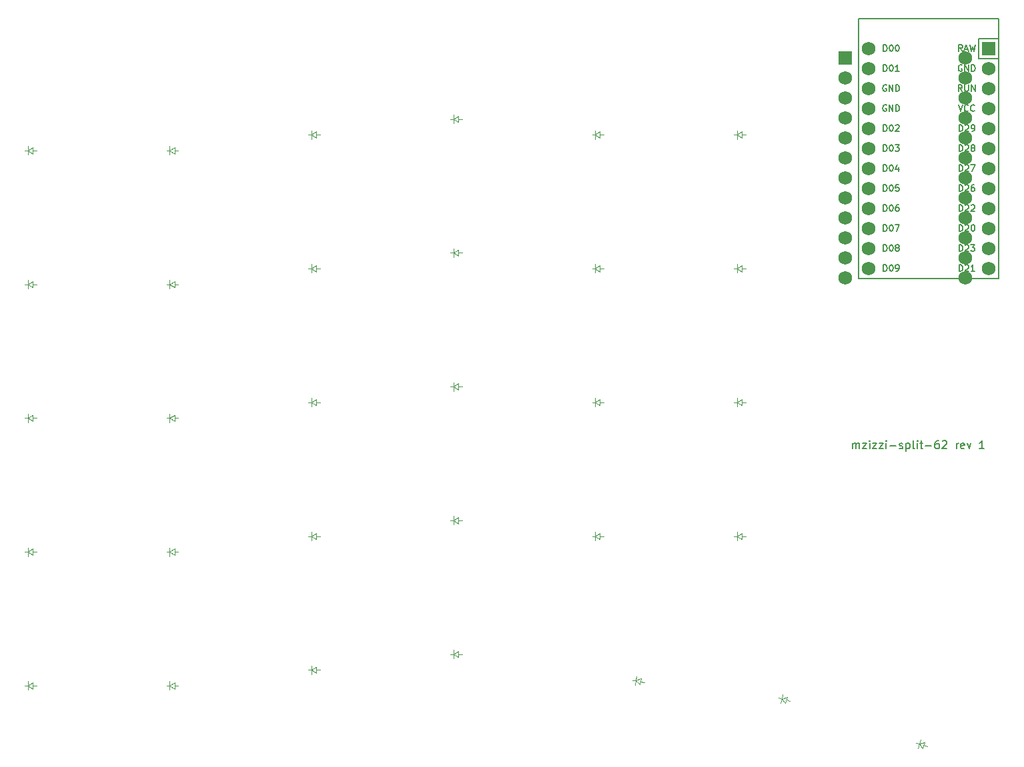
<source format=gbr>
%TF.GenerationSoftware,KiCad,Pcbnew,8.0.4*%
%TF.CreationDate,2024-10-05T17:03:56-04:00*%
%TF.ProjectId,mzizzi-split62,6d7a697a-7a69-42d7-9370-6c697436322e,v1.0.0*%
%TF.SameCoordinates,Original*%
%TF.FileFunction,Legend,Top*%
%TF.FilePolarity,Positive*%
%FSLAX46Y46*%
G04 Gerber Fmt 4.6, Leading zero omitted, Abs format (unit mm)*
G04 Created by KiCad (PCBNEW 8.0.4) date 2024-10-05 17:03:56*
%MOMM*%
%LPD*%
G01*
G04 APERTURE LIST*
%ADD10C,0.150000*%
%ADD11C,0.100000*%
%ADD12R,1.752600X1.752600*%
%ADD13C,1.752600*%
G04 APERTURE END LIST*
D10*
X254336779Y-124869819D02*
X254336779Y-124203152D01*
X254336779Y-124298390D02*
X254384398Y-124250771D01*
X254384398Y-124250771D02*
X254479636Y-124203152D01*
X254479636Y-124203152D02*
X254622493Y-124203152D01*
X254622493Y-124203152D02*
X254717731Y-124250771D01*
X254717731Y-124250771D02*
X254765350Y-124346009D01*
X254765350Y-124346009D02*
X254765350Y-124869819D01*
X254765350Y-124346009D02*
X254812969Y-124250771D01*
X254812969Y-124250771D02*
X254908207Y-124203152D01*
X254908207Y-124203152D02*
X255051064Y-124203152D01*
X255051064Y-124203152D02*
X255146303Y-124250771D01*
X255146303Y-124250771D02*
X255193922Y-124346009D01*
X255193922Y-124346009D02*
X255193922Y-124869819D01*
X255574874Y-124203152D02*
X256098683Y-124203152D01*
X256098683Y-124203152D02*
X255574874Y-124869819D01*
X255574874Y-124869819D02*
X256098683Y-124869819D01*
X256479636Y-124869819D02*
X256479636Y-124203152D01*
X256479636Y-123869819D02*
X256432017Y-123917438D01*
X256432017Y-123917438D02*
X256479636Y-123965057D01*
X256479636Y-123965057D02*
X256527255Y-123917438D01*
X256527255Y-123917438D02*
X256479636Y-123869819D01*
X256479636Y-123869819D02*
X256479636Y-123965057D01*
X256860588Y-124203152D02*
X257384397Y-124203152D01*
X257384397Y-124203152D02*
X256860588Y-124869819D01*
X256860588Y-124869819D02*
X257384397Y-124869819D01*
X257670112Y-124203152D02*
X258193921Y-124203152D01*
X258193921Y-124203152D02*
X257670112Y-124869819D01*
X257670112Y-124869819D02*
X258193921Y-124869819D01*
X258574874Y-124869819D02*
X258574874Y-124203152D01*
X258574874Y-123869819D02*
X258527255Y-123917438D01*
X258527255Y-123917438D02*
X258574874Y-123965057D01*
X258574874Y-123965057D02*
X258622493Y-123917438D01*
X258622493Y-123917438D02*
X258574874Y-123869819D01*
X258574874Y-123869819D02*
X258574874Y-123965057D01*
X259051064Y-124488866D02*
X259812969Y-124488866D01*
X260241540Y-124822200D02*
X260336778Y-124869819D01*
X260336778Y-124869819D02*
X260527254Y-124869819D01*
X260527254Y-124869819D02*
X260622492Y-124822200D01*
X260622492Y-124822200D02*
X260670111Y-124726961D01*
X260670111Y-124726961D02*
X260670111Y-124679342D01*
X260670111Y-124679342D02*
X260622492Y-124584104D01*
X260622492Y-124584104D02*
X260527254Y-124536485D01*
X260527254Y-124536485D02*
X260384397Y-124536485D01*
X260384397Y-124536485D02*
X260289159Y-124488866D01*
X260289159Y-124488866D02*
X260241540Y-124393628D01*
X260241540Y-124393628D02*
X260241540Y-124346009D01*
X260241540Y-124346009D02*
X260289159Y-124250771D01*
X260289159Y-124250771D02*
X260384397Y-124203152D01*
X260384397Y-124203152D02*
X260527254Y-124203152D01*
X260527254Y-124203152D02*
X260622492Y-124250771D01*
X261098683Y-124203152D02*
X261098683Y-125203152D01*
X261098683Y-124250771D02*
X261193921Y-124203152D01*
X261193921Y-124203152D02*
X261384397Y-124203152D01*
X261384397Y-124203152D02*
X261479635Y-124250771D01*
X261479635Y-124250771D02*
X261527254Y-124298390D01*
X261527254Y-124298390D02*
X261574873Y-124393628D01*
X261574873Y-124393628D02*
X261574873Y-124679342D01*
X261574873Y-124679342D02*
X261527254Y-124774580D01*
X261527254Y-124774580D02*
X261479635Y-124822200D01*
X261479635Y-124822200D02*
X261384397Y-124869819D01*
X261384397Y-124869819D02*
X261193921Y-124869819D01*
X261193921Y-124869819D02*
X261098683Y-124822200D01*
X262146302Y-124869819D02*
X262051064Y-124822200D01*
X262051064Y-124822200D02*
X262003445Y-124726961D01*
X262003445Y-124726961D02*
X262003445Y-123869819D01*
X262527255Y-124869819D02*
X262527255Y-124203152D01*
X262527255Y-123869819D02*
X262479636Y-123917438D01*
X262479636Y-123917438D02*
X262527255Y-123965057D01*
X262527255Y-123965057D02*
X262574874Y-123917438D01*
X262574874Y-123917438D02*
X262527255Y-123869819D01*
X262527255Y-123869819D02*
X262527255Y-123965057D01*
X262860588Y-124203152D02*
X263241540Y-124203152D01*
X263003445Y-123869819D02*
X263003445Y-124726961D01*
X263003445Y-124726961D02*
X263051064Y-124822200D01*
X263051064Y-124822200D02*
X263146302Y-124869819D01*
X263146302Y-124869819D02*
X263241540Y-124869819D01*
X263574874Y-124488866D02*
X264336779Y-124488866D01*
X265241540Y-123869819D02*
X265051064Y-123869819D01*
X265051064Y-123869819D02*
X264955826Y-123917438D01*
X264955826Y-123917438D02*
X264908207Y-123965057D01*
X264908207Y-123965057D02*
X264812969Y-124107914D01*
X264812969Y-124107914D02*
X264765350Y-124298390D01*
X264765350Y-124298390D02*
X264765350Y-124679342D01*
X264765350Y-124679342D02*
X264812969Y-124774580D01*
X264812969Y-124774580D02*
X264860588Y-124822200D01*
X264860588Y-124822200D02*
X264955826Y-124869819D01*
X264955826Y-124869819D02*
X265146302Y-124869819D01*
X265146302Y-124869819D02*
X265241540Y-124822200D01*
X265241540Y-124822200D02*
X265289159Y-124774580D01*
X265289159Y-124774580D02*
X265336778Y-124679342D01*
X265336778Y-124679342D02*
X265336778Y-124441247D01*
X265336778Y-124441247D02*
X265289159Y-124346009D01*
X265289159Y-124346009D02*
X265241540Y-124298390D01*
X265241540Y-124298390D02*
X265146302Y-124250771D01*
X265146302Y-124250771D02*
X264955826Y-124250771D01*
X264955826Y-124250771D02*
X264860588Y-124298390D01*
X264860588Y-124298390D02*
X264812969Y-124346009D01*
X264812969Y-124346009D02*
X264765350Y-124441247D01*
X265717731Y-123965057D02*
X265765350Y-123917438D01*
X265765350Y-123917438D02*
X265860588Y-123869819D01*
X265860588Y-123869819D02*
X266098683Y-123869819D01*
X266098683Y-123869819D02*
X266193921Y-123917438D01*
X266193921Y-123917438D02*
X266241540Y-123965057D01*
X266241540Y-123965057D02*
X266289159Y-124060295D01*
X266289159Y-124060295D02*
X266289159Y-124155533D01*
X266289159Y-124155533D02*
X266241540Y-124298390D01*
X266241540Y-124298390D02*
X265670112Y-124869819D01*
X265670112Y-124869819D02*
X266289159Y-124869819D01*
X267479636Y-124869819D02*
X267479636Y-124203152D01*
X267479636Y-124393628D02*
X267527255Y-124298390D01*
X267527255Y-124298390D02*
X267574874Y-124250771D01*
X267574874Y-124250771D02*
X267670112Y-124203152D01*
X267670112Y-124203152D02*
X267765350Y-124203152D01*
X268479636Y-124822200D02*
X268384398Y-124869819D01*
X268384398Y-124869819D02*
X268193922Y-124869819D01*
X268193922Y-124869819D02*
X268098684Y-124822200D01*
X268098684Y-124822200D02*
X268051065Y-124726961D01*
X268051065Y-124726961D02*
X268051065Y-124346009D01*
X268051065Y-124346009D02*
X268098684Y-124250771D01*
X268098684Y-124250771D02*
X268193922Y-124203152D01*
X268193922Y-124203152D02*
X268384398Y-124203152D01*
X268384398Y-124203152D02*
X268479636Y-124250771D01*
X268479636Y-124250771D02*
X268527255Y-124346009D01*
X268527255Y-124346009D02*
X268527255Y-124441247D01*
X268527255Y-124441247D02*
X268051065Y-124536485D01*
X268860589Y-124203152D02*
X269098684Y-124869819D01*
X269098684Y-124869819D02*
X269336779Y-124203152D01*
X271003446Y-124869819D02*
X270432018Y-124869819D01*
X270717732Y-124869819D02*
X270717732Y-123869819D01*
X270717732Y-123869819D02*
X270622494Y-124012676D01*
X270622494Y-124012676D02*
X270527256Y-124107914D01*
X270527256Y-124107914D02*
X270432018Y-124155533D01*
X258228571Y-84552295D02*
X258228571Y-83752295D01*
X258228571Y-83752295D02*
X258419047Y-83752295D01*
X258419047Y-83752295D02*
X258533333Y-83790390D01*
X258533333Y-83790390D02*
X258609523Y-83866580D01*
X258609523Y-83866580D02*
X258647618Y-83942771D01*
X258647618Y-83942771D02*
X258685714Y-84095152D01*
X258685714Y-84095152D02*
X258685714Y-84209438D01*
X258685714Y-84209438D02*
X258647618Y-84361819D01*
X258647618Y-84361819D02*
X258609523Y-84438009D01*
X258609523Y-84438009D02*
X258533333Y-84514200D01*
X258533333Y-84514200D02*
X258419047Y-84552295D01*
X258419047Y-84552295D02*
X258228571Y-84552295D01*
X259180952Y-83752295D02*
X259257142Y-83752295D01*
X259257142Y-83752295D02*
X259333333Y-83790390D01*
X259333333Y-83790390D02*
X259371428Y-83828485D01*
X259371428Y-83828485D02*
X259409523Y-83904676D01*
X259409523Y-83904676D02*
X259447618Y-84057057D01*
X259447618Y-84057057D02*
X259447618Y-84247533D01*
X259447618Y-84247533D02*
X259409523Y-84399914D01*
X259409523Y-84399914D02*
X259371428Y-84476104D01*
X259371428Y-84476104D02*
X259333333Y-84514200D01*
X259333333Y-84514200D02*
X259257142Y-84552295D01*
X259257142Y-84552295D02*
X259180952Y-84552295D01*
X259180952Y-84552295D02*
X259104761Y-84514200D01*
X259104761Y-84514200D02*
X259066666Y-84476104D01*
X259066666Y-84476104D02*
X259028571Y-84399914D01*
X259028571Y-84399914D02*
X258990475Y-84247533D01*
X258990475Y-84247533D02*
X258990475Y-84057057D01*
X258990475Y-84057057D02*
X259028571Y-83904676D01*
X259028571Y-83904676D02*
X259066666Y-83828485D01*
X259066666Y-83828485D02*
X259104761Y-83790390D01*
X259104761Y-83790390D02*
X259180952Y-83752295D01*
X259752380Y-83828485D02*
X259790476Y-83790390D01*
X259790476Y-83790390D02*
X259866666Y-83752295D01*
X259866666Y-83752295D02*
X260057142Y-83752295D01*
X260057142Y-83752295D02*
X260133333Y-83790390D01*
X260133333Y-83790390D02*
X260171428Y-83828485D01*
X260171428Y-83828485D02*
X260209523Y-83904676D01*
X260209523Y-83904676D02*
X260209523Y-83980866D01*
X260209523Y-83980866D02*
X260171428Y-84095152D01*
X260171428Y-84095152D02*
X259714285Y-84552295D01*
X259714285Y-84552295D02*
X260209523Y-84552295D01*
X258590476Y-81250390D02*
X258514286Y-81212295D01*
X258514286Y-81212295D02*
X258400000Y-81212295D01*
X258400000Y-81212295D02*
X258285714Y-81250390D01*
X258285714Y-81250390D02*
X258209524Y-81326580D01*
X258209524Y-81326580D02*
X258171429Y-81402771D01*
X258171429Y-81402771D02*
X258133333Y-81555152D01*
X258133333Y-81555152D02*
X258133333Y-81669438D01*
X258133333Y-81669438D02*
X258171429Y-81821819D01*
X258171429Y-81821819D02*
X258209524Y-81898009D01*
X258209524Y-81898009D02*
X258285714Y-81974200D01*
X258285714Y-81974200D02*
X258400000Y-82012295D01*
X258400000Y-82012295D02*
X258476191Y-82012295D01*
X258476191Y-82012295D02*
X258590476Y-81974200D01*
X258590476Y-81974200D02*
X258628572Y-81936104D01*
X258628572Y-81936104D02*
X258628572Y-81669438D01*
X258628572Y-81669438D02*
X258476191Y-81669438D01*
X258971429Y-82012295D02*
X258971429Y-81212295D01*
X258971429Y-81212295D02*
X259428572Y-82012295D01*
X259428572Y-82012295D02*
X259428572Y-81212295D01*
X259809524Y-82012295D02*
X259809524Y-81212295D01*
X259809524Y-81212295D02*
X260000000Y-81212295D01*
X260000000Y-81212295D02*
X260114286Y-81250390D01*
X260114286Y-81250390D02*
X260190476Y-81326580D01*
X260190476Y-81326580D02*
X260228571Y-81402771D01*
X260228571Y-81402771D02*
X260266667Y-81555152D01*
X260266667Y-81555152D02*
X260266667Y-81669438D01*
X260266667Y-81669438D02*
X260228571Y-81821819D01*
X260228571Y-81821819D02*
X260190476Y-81898009D01*
X260190476Y-81898009D02*
X260114286Y-81974200D01*
X260114286Y-81974200D02*
X260000000Y-82012295D01*
X260000000Y-82012295D02*
X259809524Y-82012295D01*
X268209524Y-79472295D02*
X267942857Y-79091342D01*
X267752381Y-79472295D02*
X267752381Y-78672295D01*
X267752381Y-78672295D02*
X268057143Y-78672295D01*
X268057143Y-78672295D02*
X268133333Y-78710390D01*
X268133333Y-78710390D02*
X268171428Y-78748485D01*
X268171428Y-78748485D02*
X268209524Y-78824676D01*
X268209524Y-78824676D02*
X268209524Y-78938961D01*
X268209524Y-78938961D02*
X268171428Y-79015152D01*
X268171428Y-79015152D02*
X268133333Y-79053247D01*
X268133333Y-79053247D02*
X268057143Y-79091342D01*
X268057143Y-79091342D02*
X267752381Y-79091342D01*
X268552381Y-78672295D02*
X268552381Y-79319914D01*
X268552381Y-79319914D02*
X268590476Y-79396104D01*
X268590476Y-79396104D02*
X268628571Y-79434200D01*
X268628571Y-79434200D02*
X268704762Y-79472295D01*
X268704762Y-79472295D02*
X268857143Y-79472295D01*
X268857143Y-79472295D02*
X268933333Y-79434200D01*
X268933333Y-79434200D02*
X268971428Y-79396104D01*
X268971428Y-79396104D02*
X269009524Y-79319914D01*
X269009524Y-79319914D02*
X269009524Y-78672295D01*
X269390476Y-79472295D02*
X269390476Y-78672295D01*
X269390476Y-78672295D02*
X269847619Y-79472295D01*
X269847619Y-79472295D02*
X269847619Y-78672295D01*
X267828571Y-99792295D02*
X267828571Y-98992295D01*
X267828571Y-98992295D02*
X268019047Y-98992295D01*
X268019047Y-98992295D02*
X268133333Y-99030390D01*
X268133333Y-99030390D02*
X268209523Y-99106580D01*
X268209523Y-99106580D02*
X268247618Y-99182771D01*
X268247618Y-99182771D02*
X268285714Y-99335152D01*
X268285714Y-99335152D02*
X268285714Y-99449438D01*
X268285714Y-99449438D02*
X268247618Y-99601819D01*
X268247618Y-99601819D02*
X268209523Y-99678009D01*
X268209523Y-99678009D02*
X268133333Y-99754200D01*
X268133333Y-99754200D02*
X268019047Y-99792295D01*
X268019047Y-99792295D02*
X267828571Y-99792295D01*
X268590475Y-99068485D02*
X268628571Y-99030390D01*
X268628571Y-99030390D02*
X268704761Y-98992295D01*
X268704761Y-98992295D02*
X268895237Y-98992295D01*
X268895237Y-98992295D02*
X268971428Y-99030390D01*
X268971428Y-99030390D02*
X269009523Y-99068485D01*
X269009523Y-99068485D02*
X269047618Y-99144676D01*
X269047618Y-99144676D02*
X269047618Y-99220866D01*
X269047618Y-99220866D02*
X269009523Y-99335152D01*
X269009523Y-99335152D02*
X268552380Y-99792295D01*
X268552380Y-99792295D02*
X269047618Y-99792295D01*
X269314285Y-98992295D02*
X269809523Y-98992295D01*
X269809523Y-98992295D02*
X269542857Y-99297057D01*
X269542857Y-99297057D02*
X269657142Y-99297057D01*
X269657142Y-99297057D02*
X269733333Y-99335152D01*
X269733333Y-99335152D02*
X269771428Y-99373247D01*
X269771428Y-99373247D02*
X269809523Y-99449438D01*
X269809523Y-99449438D02*
X269809523Y-99639914D01*
X269809523Y-99639914D02*
X269771428Y-99716104D01*
X269771428Y-99716104D02*
X269733333Y-99754200D01*
X269733333Y-99754200D02*
X269657142Y-99792295D01*
X269657142Y-99792295D02*
X269428571Y-99792295D01*
X269428571Y-99792295D02*
X269352380Y-99754200D01*
X269352380Y-99754200D02*
X269314285Y-99716104D01*
X258228571Y-94712295D02*
X258228571Y-93912295D01*
X258228571Y-93912295D02*
X258419047Y-93912295D01*
X258419047Y-93912295D02*
X258533333Y-93950390D01*
X258533333Y-93950390D02*
X258609523Y-94026580D01*
X258609523Y-94026580D02*
X258647618Y-94102771D01*
X258647618Y-94102771D02*
X258685714Y-94255152D01*
X258685714Y-94255152D02*
X258685714Y-94369438D01*
X258685714Y-94369438D02*
X258647618Y-94521819D01*
X258647618Y-94521819D02*
X258609523Y-94598009D01*
X258609523Y-94598009D02*
X258533333Y-94674200D01*
X258533333Y-94674200D02*
X258419047Y-94712295D01*
X258419047Y-94712295D02*
X258228571Y-94712295D01*
X259180952Y-93912295D02*
X259257142Y-93912295D01*
X259257142Y-93912295D02*
X259333333Y-93950390D01*
X259333333Y-93950390D02*
X259371428Y-93988485D01*
X259371428Y-93988485D02*
X259409523Y-94064676D01*
X259409523Y-94064676D02*
X259447618Y-94217057D01*
X259447618Y-94217057D02*
X259447618Y-94407533D01*
X259447618Y-94407533D02*
X259409523Y-94559914D01*
X259409523Y-94559914D02*
X259371428Y-94636104D01*
X259371428Y-94636104D02*
X259333333Y-94674200D01*
X259333333Y-94674200D02*
X259257142Y-94712295D01*
X259257142Y-94712295D02*
X259180952Y-94712295D01*
X259180952Y-94712295D02*
X259104761Y-94674200D01*
X259104761Y-94674200D02*
X259066666Y-94636104D01*
X259066666Y-94636104D02*
X259028571Y-94559914D01*
X259028571Y-94559914D02*
X258990475Y-94407533D01*
X258990475Y-94407533D02*
X258990475Y-94217057D01*
X258990475Y-94217057D02*
X259028571Y-94064676D01*
X259028571Y-94064676D02*
X259066666Y-93988485D01*
X259066666Y-93988485D02*
X259104761Y-93950390D01*
X259104761Y-93950390D02*
X259180952Y-93912295D01*
X260133333Y-93912295D02*
X259980952Y-93912295D01*
X259980952Y-93912295D02*
X259904761Y-93950390D01*
X259904761Y-93950390D02*
X259866666Y-93988485D01*
X259866666Y-93988485D02*
X259790476Y-94102771D01*
X259790476Y-94102771D02*
X259752380Y-94255152D01*
X259752380Y-94255152D02*
X259752380Y-94559914D01*
X259752380Y-94559914D02*
X259790476Y-94636104D01*
X259790476Y-94636104D02*
X259828571Y-94674200D01*
X259828571Y-94674200D02*
X259904761Y-94712295D01*
X259904761Y-94712295D02*
X260057142Y-94712295D01*
X260057142Y-94712295D02*
X260133333Y-94674200D01*
X260133333Y-94674200D02*
X260171428Y-94636104D01*
X260171428Y-94636104D02*
X260209523Y-94559914D01*
X260209523Y-94559914D02*
X260209523Y-94369438D01*
X260209523Y-94369438D02*
X260171428Y-94293247D01*
X260171428Y-94293247D02*
X260133333Y-94255152D01*
X260133333Y-94255152D02*
X260057142Y-94217057D01*
X260057142Y-94217057D02*
X259904761Y-94217057D01*
X259904761Y-94217057D02*
X259828571Y-94255152D01*
X259828571Y-94255152D02*
X259790476Y-94293247D01*
X259790476Y-94293247D02*
X259752380Y-94369438D01*
X268190476Y-76170390D02*
X268114286Y-76132295D01*
X268114286Y-76132295D02*
X268000000Y-76132295D01*
X268000000Y-76132295D02*
X267885714Y-76170390D01*
X267885714Y-76170390D02*
X267809524Y-76246580D01*
X267809524Y-76246580D02*
X267771429Y-76322771D01*
X267771429Y-76322771D02*
X267733333Y-76475152D01*
X267733333Y-76475152D02*
X267733333Y-76589438D01*
X267733333Y-76589438D02*
X267771429Y-76741819D01*
X267771429Y-76741819D02*
X267809524Y-76818009D01*
X267809524Y-76818009D02*
X267885714Y-76894200D01*
X267885714Y-76894200D02*
X268000000Y-76932295D01*
X268000000Y-76932295D02*
X268076191Y-76932295D01*
X268076191Y-76932295D02*
X268190476Y-76894200D01*
X268190476Y-76894200D02*
X268228572Y-76856104D01*
X268228572Y-76856104D02*
X268228572Y-76589438D01*
X268228572Y-76589438D02*
X268076191Y-76589438D01*
X268571429Y-76932295D02*
X268571429Y-76132295D01*
X268571429Y-76132295D02*
X269028572Y-76932295D01*
X269028572Y-76932295D02*
X269028572Y-76132295D01*
X269409524Y-76932295D02*
X269409524Y-76132295D01*
X269409524Y-76132295D02*
X269600000Y-76132295D01*
X269600000Y-76132295D02*
X269714286Y-76170390D01*
X269714286Y-76170390D02*
X269790476Y-76246580D01*
X269790476Y-76246580D02*
X269828571Y-76322771D01*
X269828571Y-76322771D02*
X269866667Y-76475152D01*
X269866667Y-76475152D02*
X269866667Y-76589438D01*
X269866667Y-76589438D02*
X269828571Y-76741819D01*
X269828571Y-76741819D02*
X269790476Y-76818009D01*
X269790476Y-76818009D02*
X269714286Y-76894200D01*
X269714286Y-76894200D02*
X269600000Y-76932295D01*
X269600000Y-76932295D02*
X269409524Y-76932295D01*
X267828571Y-102332295D02*
X267828571Y-101532295D01*
X267828571Y-101532295D02*
X268019047Y-101532295D01*
X268019047Y-101532295D02*
X268133333Y-101570390D01*
X268133333Y-101570390D02*
X268209523Y-101646580D01*
X268209523Y-101646580D02*
X268247618Y-101722771D01*
X268247618Y-101722771D02*
X268285714Y-101875152D01*
X268285714Y-101875152D02*
X268285714Y-101989438D01*
X268285714Y-101989438D02*
X268247618Y-102141819D01*
X268247618Y-102141819D02*
X268209523Y-102218009D01*
X268209523Y-102218009D02*
X268133333Y-102294200D01*
X268133333Y-102294200D02*
X268019047Y-102332295D01*
X268019047Y-102332295D02*
X267828571Y-102332295D01*
X268590475Y-101608485D02*
X268628571Y-101570390D01*
X268628571Y-101570390D02*
X268704761Y-101532295D01*
X268704761Y-101532295D02*
X268895237Y-101532295D01*
X268895237Y-101532295D02*
X268971428Y-101570390D01*
X268971428Y-101570390D02*
X269009523Y-101608485D01*
X269009523Y-101608485D02*
X269047618Y-101684676D01*
X269047618Y-101684676D02*
X269047618Y-101760866D01*
X269047618Y-101760866D02*
X269009523Y-101875152D01*
X269009523Y-101875152D02*
X268552380Y-102332295D01*
X268552380Y-102332295D02*
X269047618Y-102332295D01*
X269809523Y-102332295D02*
X269352380Y-102332295D01*
X269580952Y-102332295D02*
X269580952Y-101532295D01*
X269580952Y-101532295D02*
X269504761Y-101646580D01*
X269504761Y-101646580D02*
X269428571Y-101722771D01*
X269428571Y-101722771D02*
X269352380Y-101760866D01*
X258228571Y-89632295D02*
X258228571Y-88832295D01*
X258228571Y-88832295D02*
X258419047Y-88832295D01*
X258419047Y-88832295D02*
X258533333Y-88870390D01*
X258533333Y-88870390D02*
X258609523Y-88946580D01*
X258609523Y-88946580D02*
X258647618Y-89022771D01*
X258647618Y-89022771D02*
X258685714Y-89175152D01*
X258685714Y-89175152D02*
X258685714Y-89289438D01*
X258685714Y-89289438D02*
X258647618Y-89441819D01*
X258647618Y-89441819D02*
X258609523Y-89518009D01*
X258609523Y-89518009D02*
X258533333Y-89594200D01*
X258533333Y-89594200D02*
X258419047Y-89632295D01*
X258419047Y-89632295D02*
X258228571Y-89632295D01*
X259180952Y-88832295D02*
X259257142Y-88832295D01*
X259257142Y-88832295D02*
X259333333Y-88870390D01*
X259333333Y-88870390D02*
X259371428Y-88908485D01*
X259371428Y-88908485D02*
X259409523Y-88984676D01*
X259409523Y-88984676D02*
X259447618Y-89137057D01*
X259447618Y-89137057D02*
X259447618Y-89327533D01*
X259447618Y-89327533D02*
X259409523Y-89479914D01*
X259409523Y-89479914D02*
X259371428Y-89556104D01*
X259371428Y-89556104D02*
X259333333Y-89594200D01*
X259333333Y-89594200D02*
X259257142Y-89632295D01*
X259257142Y-89632295D02*
X259180952Y-89632295D01*
X259180952Y-89632295D02*
X259104761Y-89594200D01*
X259104761Y-89594200D02*
X259066666Y-89556104D01*
X259066666Y-89556104D02*
X259028571Y-89479914D01*
X259028571Y-89479914D02*
X258990475Y-89327533D01*
X258990475Y-89327533D02*
X258990475Y-89137057D01*
X258990475Y-89137057D02*
X259028571Y-88984676D01*
X259028571Y-88984676D02*
X259066666Y-88908485D01*
X259066666Y-88908485D02*
X259104761Y-88870390D01*
X259104761Y-88870390D02*
X259180952Y-88832295D01*
X260133333Y-89098961D02*
X260133333Y-89632295D01*
X259942857Y-88794200D02*
X259752380Y-89365628D01*
X259752380Y-89365628D02*
X260247619Y-89365628D01*
X268247619Y-74392295D02*
X267980952Y-74011342D01*
X267790476Y-74392295D02*
X267790476Y-73592295D01*
X267790476Y-73592295D02*
X268095238Y-73592295D01*
X268095238Y-73592295D02*
X268171428Y-73630390D01*
X268171428Y-73630390D02*
X268209523Y-73668485D01*
X268209523Y-73668485D02*
X268247619Y-73744676D01*
X268247619Y-73744676D02*
X268247619Y-73858961D01*
X268247619Y-73858961D02*
X268209523Y-73935152D01*
X268209523Y-73935152D02*
X268171428Y-73973247D01*
X268171428Y-73973247D02*
X268095238Y-74011342D01*
X268095238Y-74011342D02*
X267790476Y-74011342D01*
X268552380Y-74163723D02*
X268933333Y-74163723D01*
X268476190Y-74392295D02*
X268742857Y-73592295D01*
X268742857Y-73592295D02*
X269009523Y-74392295D01*
X269199999Y-73592295D02*
X269390475Y-74392295D01*
X269390475Y-74392295D02*
X269542856Y-73820866D01*
X269542856Y-73820866D02*
X269695237Y-74392295D01*
X269695237Y-74392295D02*
X269885714Y-73592295D01*
X258228571Y-97252295D02*
X258228571Y-96452295D01*
X258228571Y-96452295D02*
X258419047Y-96452295D01*
X258419047Y-96452295D02*
X258533333Y-96490390D01*
X258533333Y-96490390D02*
X258609523Y-96566580D01*
X258609523Y-96566580D02*
X258647618Y-96642771D01*
X258647618Y-96642771D02*
X258685714Y-96795152D01*
X258685714Y-96795152D02*
X258685714Y-96909438D01*
X258685714Y-96909438D02*
X258647618Y-97061819D01*
X258647618Y-97061819D02*
X258609523Y-97138009D01*
X258609523Y-97138009D02*
X258533333Y-97214200D01*
X258533333Y-97214200D02*
X258419047Y-97252295D01*
X258419047Y-97252295D02*
X258228571Y-97252295D01*
X259180952Y-96452295D02*
X259257142Y-96452295D01*
X259257142Y-96452295D02*
X259333333Y-96490390D01*
X259333333Y-96490390D02*
X259371428Y-96528485D01*
X259371428Y-96528485D02*
X259409523Y-96604676D01*
X259409523Y-96604676D02*
X259447618Y-96757057D01*
X259447618Y-96757057D02*
X259447618Y-96947533D01*
X259447618Y-96947533D02*
X259409523Y-97099914D01*
X259409523Y-97099914D02*
X259371428Y-97176104D01*
X259371428Y-97176104D02*
X259333333Y-97214200D01*
X259333333Y-97214200D02*
X259257142Y-97252295D01*
X259257142Y-97252295D02*
X259180952Y-97252295D01*
X259180952Y-97252295D02*
X259104761Y-97214200D01*
X259104761Y-97214200D02*
X259066666Y-97176104D01*
X259066666Y-97176104D02*
X259028571Y-97099914D01*
X259028571Y-97099914D02*
X258990475Y-96947533D01*
X258990475Y-96947533D02*
X258990475Y-96757057D01*
X258990475Y-96757057D02*
X259028571Y-96604676D01*
X259028571Y-96604676D02*
X259066666Y-96528485D01*
X259066666Y-96528485D02*
X259104761Y-96490390D01*
X259104761Y-96490390D02*
X259180952Y-96452295D01*
X259714285Y-96452295D02*
X260247619Y-96452295D01*
X260247619Y-96452295D02*
X259904761Y-97252295D01*
X258590476Y-78710390D02*
X258514286Y-78672295D01*
X258514286Y-78672295D02*
X258400000Y-78672295D01*
X258400000Y-78672295D02*
X258285714Y-78710390D01*
X258285714Y-78710390D02*
X258209524Y-78786580D01*
X258209524Y-78786580D02*
X258171429Y-78862771D01*
X258171429Y-78862771D02*
X258133333Y-79015152D01*
X258133333Y-79015152D02*
X258133333Y-79129438D01*
X258133333Y-79129438D02*
X258171429Y-79281819D01*
X258171429Y-79281819D02*
X258209524Y-79358009D01*
X258209524Y-79358009D02*
X258285714Y-79434200D01*
X258285714Y-79434200D02*
X258400000Y-79472295D01*
X258400000Y-79472295D02*
X258476191Y-79472295D01*
X258476191Y-79472295D02*
X258590476Y-79434200D01*
X258590476Y-79434200D02*
X258628572Y-79396104D01*
X258628572Y-79396104D02*
X258628572Y-79129438D01*
X258628572Y-79129438D02*
X258476191Y-79129438D01*
X258971429Y-79472295D02*
X258971429Y-78672295D01*
X258971429Y-78672295D02*
X259428572Y-79472295D01*
X259428572Y-79472295D02*
X259428572Y-78672295D01*
X259809524Y-79472295D02*
X259809524Y-78672295D01*
X259809524Y-78672295D02*
X260000000Y-78672295D01*
X260000000Y-78672295D02*
X260114286Y-78710390D01*
X260114286Y-78710390D02*
X260190476Y-78786580D01*
X260190476Y-78786580D02*
X260228571Y-78862771D01*
X260228571Y-78862771D02*
X260266667Y-79015152D01*
X260266667Y-79015152D02*
X260266667Y-79129438D01*
X260266667Y-79129438D02*
X260228571Y-79281819D01*
X260228571Y-79281819D02*
X260190476Y-79358009D01*
X260190476Y-79358009D02*
X260114286Y-79434200D01*
X260114286Y-79434200D02*
X260000000Y-79472295D01*
X260000000Y-79472295D02*
X259809524Y-79472295D01*
X258228571Y-102332295D02*
X258228571Y-101532295D01*
X258228571Y-101532295D02*
X258419047Y-101532295D01*
X258419047Y-101532295D02*
X258533333Y-101570390D01*
X258533333Y-101570390D02*
X258609523Y-101646580D01*
X258609523Y-101646580D02*
X258647618Y-101722771D01*
X258647618Y-101722771D02*
X258685714Y-101875152D01*
X258685714Y-101875152D02*
X258685714Y-101989438D01*
X258685714Y-101989438D02*
X258647618Y-102141819D01*
X258647618Y-102141819D02*
X258609523Y-102218009D01*
X258609523Y-102218009D02*
X258533333Y-102294200D01*
X258533333Y-102294200D02*
X258419047Y-102332295D01*
X258419047Y-102332295D02*
X258228571Y-102332295D01*
X259180952Y-101532295D02*
X259257142Y-101532295D01*
X259257142Y-101532295D02*
X259333333Y-101570390D01*
X259333333Y-101570390D02*
X259371428Y-101608485D01*
X259371428Y-101608485D02*
X259409523Y-101684676D01*
X259409523Y-101684676D02*
X259447618Y-101837057D01*
X259447618Y-101837057D02*
X259447618Y-102027533D01*
X259447618Y-102027533D02*
X259409523Y-102179914D01*
X259409523Y-102179914D02*
X259371428Y-102256104D01*
X259371428Y-102256104D02*
X259333333Y-102294200D01*
X259333333Y-102294200D02*
X259257142Y-102332295D01*
X259257142Y-102332295D02*
X259180952Y-102332295D01*
X259180952Y-102332295D02*
X259104761Y-102294200D01*
X259104761Y-102294200D02*
X259066666Y-102256104D01*
X259066666Y-102256104D02*
X259028571Y-102179914D01*
X259028571Y-102179914D02*
X258990475Y-102027533D01*
X258990475Y-102027533D02*
X258990475Y-101837057D01*
X258990475Y-101837057D02*
X259028571Y-101684676D01*
X259028571Y-101684676D02*
X259066666Y-101608485D01*
X259066666Y-101608485D02*
X259104761Y-101570390D01*
X259104761Y-101570390D02*
X259180952Y-101532295D01*
X259828571Y-102332295D02*
X259980952Y-102332295D01*
X259980952Y-102332295D02*
X260057142Y-102294200D01*
X260057142Y-102294200D02*
X260095238Y-102256104D01*
X260095238Y-102256104D02*
X260171428Y-102141819D01*
X260171428Y-102141819D02*
X260209523Y-101989438D01*
X260209523Y-101989438D02*
X260209523Y-101684676D01*
X260209523Y-101684676D02*
X260171428Y-101608485D01*
X260171428Y-101608485D02*
X260133333Y-101570390D01*
X260133333Y-101570390D02*
X260057142Y-101532295D01*
X260057142Y-101532295D02*
X259904761Y-101532295D01*
X259904761Y-101532295D02*
X259828571Y-101570390D01*
X259828571Y-101570390D02*
X259790476Y-101608485D01*
X259790476Y-101608485D02*
X259752380Y-101684676D01*
X259752380Y-101684676D02*
X259752380Y-101875152D01*
X259752380Y-101875152D02*
X259790476Y-101951342D01*
X259790476Y-101951342D02*
X259828571Y-101989438D01*
X259828571Y-101989438D02*
X259904761Y-102027533D01*
X259904761Y-102027533D02*
X260057142Y-102027533D01*
X260057142Y-102027533D02*
X260133333Y-101989438D01*
X260133333Y-101989438D02*
X260171428Y-101951342D01*
X260171428Y-101951342D02*
X260209523Y-101875152D01*
X267828571Y-97252295D02*
X267828571Y-96452295D01*
X267828571Y-96452295D02*
X268019047Y-96452295D01*
X268019047Y-96452295D02*
X268133333Y-96490390D01*
X268133333Y-96490390D02*
X268209523Y-96566580D01*
X268209523Y-96566580D02*
X268247618Y-96642771D01*
X268247618Y-96642771D02*
X268285714Y-96795152D01*
X268285714Y-96795152D02*
X268285714Y-96909438D01*
X268285714Y-96909438D02*
X268247618Y-97061819D01*
X268247618Y-97061819D02*
X268209523Y-97138009D01*
X268209523Y-97138009D02*
X268133333Y-97214200D01*
X268133333Y-97214200D02*
X268019047Y-97252295D01*
X268019047Y-97252295D02*
X267828571Y-97252295D01*
X268590475Y-96528485D02*
X268628571Y-96490390D01*
X268628571Y-96490390D02*
X268704761Y-96452295D01*
X268704761Y-96452295D02*
X268895237Y-96452295D01*
X268895237Y-96452295D02*
X268971428Y-96490390D01*
X268971428Y-96490390D02*
X269009523Y-96528485D01*
X269009523Y-96528485D02*
X269047618Y-96604676D01*
X269047618Y-96604676D02*
X269047618Y-96680866D01*
X269047618Y-96680866D02*
X269009523Y-96795152D01*
X269009523Y-96795152D02*
X268552380Y-97252295D01*
X268552380Y-97252295D02*
X269047618Y-97252295D01*
X269542857Y-96452295D02*
X269619047Y-96452295D01*
X269619047Y-96452295D02*
X269695238Y-96490390D01*
X269695238Y-96490390D02*
X269733333Y-96528485D01*
X269733333Y-96528485D02*
X269771428Y-96604676D01*
X269771428Y-96604676D02*
X269809523Y-96757057D01*
X269809523Y-96757057D02*
X269809523Y-96947533D01*
X269809523Y-96947533D02*
X269771428Y-97099914D01*
X269771428Y-97099914D02*
X269733333Y-97176104D01*
X269733333Y-97176104D02*
X269695238Y-97214200D01*
X269695238Y-97214200D02*
X269619047Y-97252295D01*
X269619047Y-97252295D02*
X269542857Y-97252295D01*
X269542857Y-97252295D02*
X269466666Y-97214200D01*
X269466666Y-97214200D02*
X269428571Y-97176104D01*
X269428571Y-97176104D02*
X269390476Y-97099914D01*
X269390476Y-97099914D02*
X269352380Y-96947533D01*
X269352380Y-96947533D02*
X269352380Y-96757057D01*
X269352380Y-96757057D02*
X269390476Y-96604676D01*
X269390476Y-96604676D02*
X269428571Y-96528485D01*
X269428571Y-96528485D02*
X269466666Y-96490390D01*
X269466666Y-96490390D02*
X269542857Y-96452295D01*
X267828571Y-92172295D02*
X267828571Y-91372295D01*
X267828571Y-91372295D02*
X268019047Y-91372295D01*
X268019047Y-91372295D02*
X268133333Y-91410390D01*
X268133333Y-91410390D02*
X268209523Y-91486580D01*
X268209523Y-91486580D02*
X268247618Y-91562771D01*
X268247618Y-91562771D02*
X268285714Y-91715152D01*
X268285714Y-91715152D02*
X268285714Y-91829438D01*
X268285714Y-91829438D02*
X268247618Y-91981819D01*
X268247618Y-91981819D02*
X268209523Y-92058009D01*
X268209523Y-92058009D02*
X268133333Y-92134200D01*
X268133333Y-92134200D02*
X268019047Y-92172295D01*
X268019047Y-92172295D02*
X267828571Y-92172295D01*
X268590475Y-91448485D02*
X268628571Y-91410390D01*
X268628571Y-91410390D02*
X268704761Y-91372295D01*
X268704761Y-91372295D02*
X268895237Y-91372295D01*
X268895237Y-91372295D02*
X268971428Y-91410390D01*
X268971428Y-91410390D02*
X269009523Y-91448485D01*
X269009523Y-91448485D02*
X269047618Y-91524676D01*
X269047618Y-91524676D02*
X269047618Y-91600866D01*
X269047618Y-91600866D02*
X269009523Y-91715152D01*
X269009523Y-91715152D02*
X268552380Y-92172295D01*
X268552380Y-92172295D02*
X269047618Y-92172295D01*
X269733333Y-91372295D02*
X269580952Y-91372295D01*
X269580952Y-91372295D02*
X269504761Y-91410390D01*
X269504761Y-91410390D02*
X269466666Y-91448485D01*
X269466666Y-91448485D02*
X269390476Y-91562771D01*
X269390476Y-91562771D02*
X269352380Y-91715152D01*
X269352380Y-91715152D02*
X269352380Y-92019914D01*
X269352380Y-92019914D02*
X269390476Y-92096104D01*
X269390476Y-92096104D02*
X269428571Y-92134200D01*
X269428571Y-92134200D02*
X269504761Y-92172295D01*
X269504761Y-92172295D02*
X269657142Y-92172295D01*
X269657142Y-92172295D02*
X269733333Y-92134200D01*
X269733333Y-92134200D02*
X269771428Y-92096104D01*
X269771428Y-92096104D02*
X269809523Y-92019914D01*
X269809523Y-92019914D02*
X269809523Y-91829438D01*
X269809523Y-91829438D02*
X269771428Y-91753247D01*
X269771428Y-91753247D02*
X269733333Y-91715152D01*
X269733333Y-91715152D02*
X269657142Y-91677057D01*
X269657142Y-91677057D02*
X269504761Y-91677057D01*
X269504761Y-91677057D02*
X269428571Y-91715152D01*
X269428571Y-91715152D02*
X269390476Y-91753247D01*
X269390476Y-91753247D02*
X269352380Y-91829438D01*
X258228571Y-74392295D02*
X258228571Y-73592295D01*
X258228571Y-73592295D02*
X258419047Y-73592295D01*
X258419047Y-73592295D02*
X258533333Y-73630390D01*
X258533333Y-73630390D02*
X258609523Y-73706580D01*
X258609523Y-73706580D02*
X258647618Y-73782771D01*
X258647618Y-73782771D02*
X258685714Y-73935152D01*
X258685714Y-73935152D02*
X258685714Y-74049438D01*
X258685714Y-74049438D02*
X258647618Y-74201819D01*
X258647618Y-74201819D02*
X258609523Y-74278009D01*
X258609523Y-74278009D02*
X258533333Y-74354200D01*
X258533333Y-74354200D02*
X258419047Y-74392295D01*
X258419047Y-74392295D02*
X258228571Y-74392295D01*
X259180952Y-73592295D02*
X259257142Y-73592295D01*
X259257142Y-73592295D02*
X259333333Y-73630390D01*
X259333333Y-73630390D02*
X259371428Y-73668485D01*
X259371428Y-73668485D02*
X259409523Y-73744676D01*
X259409523Y-73744676D02*
X259447618Y-73897057D01*
X259447618Y-73897057D02*
X259447618Y-74087533D01*
X259447618Y-74087533D02*
X259409523Y-74239914D01*
X259409523Y-74239914D02*
X259371428Y-74316104D01*
X259371428Y-74316104D02*
X259333333Y-74354200D01*
X259333333Y-74354200D02*
X259257142Y-74392295D01*
X259257142Y-74392295D02*
X259180952Y-74392295D01*
X259180952Y-74392295D02*
X259104761Y-74354200D01*
X259104761Y-74354200D02*
X259066666Y-74316104D01*
X259066666Y-74316104D02*
X259028571Y-74239914D01*
X259028571Y-74239914D02*
X258990475Y-74087533D01*
X258990475Y-74087533D02*
X258990475Y-73897057D01*
X258990475Y-73897057D02*
X259028571Y-73744676D01*
X259028571Y-73744676D02*
X259066666Y-73668485D01*
X259066666Y-73668485D02*
X259104761Y-73630390D01*
X259104761Y-73630390D02*
X259180952Y-73592295D01*
X259942857Y-73592295D02*
X260019047Y-73592295D01*
X260019047Y-73592295D02*
X260095238Y-73630390D01*
X260095238Y-73630390D02*
X260133333Y-73668485D01*
X260133333Y-73668485D02*
X260171428Y-73744676D01*
X260171428Y-73744676D02*
X260209523Y-73897057D01*
X260209523Y-73897057D02*
X260209523Y-74087533D01*
X260209523Y-74087533D02*
X260171428Y-74239914D01*
X260171428Y-74239914D02*
X260133333Y-74316104D01*
X260133333Y-74316104D02*
X260095238Y-74354200D01*
X260095238Y-74354200D02*
X260019047Y-74392295D01*
X260019047Y-74392295D02*
X259942857Y-74392295D01*
X259942857Y-74392295D02*
X259866666Y-74354200D01*
X259866666Y-74354200D02*
X259828571Y-74316104D01*
X259828571Y-74316104D02*
X259790476Y-74239914D01*
X259790476Y-74239914D02*
X259752380Y-74087533D01*
X259752380Y-74087533D02*
X259752380Y-73897057D01*
X259752380Y-73897057D02*
X259790476Y-73744676D01*
X259790476Y-73744676D02*
X259828571Y-73668485D01*
X259828571Y-73668485D02*
X259866666Y-73630390D01*
X259866666Y-73630390D02*
X259942857Y-73592295D01*
X258228571Y-99792295D02*
X258228571Y-98992295D01*
X258228571Y-98992295D02*
X258419047Y-98992295D01*
X258419047Y-98992295D02*
X258533333Y-99030390D01*
X258533333Y-99030390D02*
X258609523Y-99106580D01*
X258609523Y-99106580D02*
X258647618Y-99182771D01*
X258647618Y-99182771D02*
X258685714Y-99335152D01*
X258685714Y-99335152D02*
X258685714Y-99449438D01*
X258685714Y-99449438D02*
X258647618Y-99601819D01*
X258647618Y-99601819D02*
X258609523Y-99678009D01*
X258609523Y-99678009D02*
X258533333Y-99754200D01*
X258533333Y-99754200D02*
X258419047Y-99792295D01*
X258419047Y-99792295D02*
X258228571Y-99792295D01*
X259180952Y-98992295D02*
X259257142Y-98992295D01*
X259257142Y-98992295D02*
X259333333Y-99030390D01*
X259333333Y-99030390D02*
X259371428Y-99068485D01*
X259371428Y-99068485D02*
X259409523Y-99144676D01*
X259409523Y-99144676D02*
X259447618Y-99297057D01*
X259447618Y-99297057D02*
X259447618Y-99487533D01*
X259447618Y-99487533D02*
X259409523Y-99639914D01*
X259409523Y-99639914D02*
X259371428Y-99716104D01*
X259371428Y-99716104D02*
X259333333Y-99754200D01*
X259333333Y-99754200D02*
X259257142Y-99792295D01*
X259257142Y-99792295D02*
X259180952Y-99792295D01*
X259180952Y-99792295D02*
X259104761Y-99754200D01*
X259104761Y-99754200D02*
X259066666Y-99716104D01*
X259066666Y-99716104D02*
X259028571Y-99639914D01*
X259028571Y-99639914D02*
X258990475Y-99487533D01*
X258990475Y-99487533D02*
X258990475Y-99297057D01*
X258990475Y-99297057D02*
X259028571Y-99144676D01*
X259028571Y-99144676D02*
X259066666Y-99068485D01*
X259066666Y-99068485D02*
X259104761Y-99030390D01*
X259104761Y-99030390D02*
X259180952Y-98992295D01*
X259904761Y-99335152D02*
X259828571Y-99297057D01*
X259828571Y-99297057D02*
X259790476Y-99258961D01*
X259790476Y-99258961D02*
X259752380Y-99182771D01*
X259752380Y-99182771D02*
X259752380Y-99144676D01*
X259752380Y-99144676D02*
X259790476Y-99068485D01*
X259790476Y-99068485D02*
X259828571Y-99030390D01*
X259828571Y-99030390D02*
X259904761Y-98992295D01*
X259904761Y-98992295D02*
X260057142Y-98992295D01*
X260057142Y-98992295D02*
X260133333Y-99030390D01*
X260133333Y-99030390D02*
X260171428Y-99068485D01*
X260171428Y-99068485D02*
X260209523Y-99144676D01*
X260209523Y-99144676D02*
X260209523Y-99182771D01*
X260209523Y-99182771D02*
X260171428Y-99258961D01*
X260171428Y-99258961D02*
X260133333Y-99297057D01*
X260133333Y-99297057D02*
X260057142Y-99335152D01*
X260057142Y-99335152D02*
X259904761Y-99335152D01*
X259904761Y-99335152D02*
X259828571Y-99373247D01*
X259828571Y-99373247D02*
X259790476Y-99411342D01*
X259790476Y-99411342D02*
X259752380Y-99487533D01*
X259752380Y-99487533D02*
X259752380Y-99639914D01*
X259752380Y-99639914D02*
X259790476Y-99716104D01*
X259790476Y-99716104D02*
X259828571Y-99754200D01*
X259828571Y-99754200D02*
X259904761Y-99792295D01*
X259904761Y-99792295D02*
X260057142Y-99792295D01*
X260057142Y-99792295D02*
X260133333Y-99754200D01*
X260133333Y-99754200D02*
X260171428Y-99716104D01*
X260171428Y-99716104D02*
X260209523Y-99639914D01*
X260209523Y-99639914D02*
X260209523Y-99487533D01*
X260209523Y-99487533D02*
X260171428Y-99411342D01*
X260171428Y-99411342D02*
X260133333Y-99373247D01*
X260133333Y-99373247D02*
X260057142Y-99335152D01*
X267733333Y-81212295D02*
X268000000Y-82012295D01*
X268000000Y-82012295D02*
X268266666Y-81212295D01*
X268990476Y-81936104D02*
X268952380Y-81974200D01*
X268952380Y-81974200D02*
X268838095Y-82012295D01*
X268838095Y-82012295D02*
X268761904Y-82012295D01*
X268761904Y-82012295D02*
X268647618Y-81974200D01*
X268647618Y-81974200D02*
X268571428Y-81898009D01*
X268571428Y-81898009D02*
X268533333Y-81821819D01*
X268533333Y-81821819D02*
X268495237Y-81669438D01*
X268495237Y-81669438D02*
X268495237Y-81555152D01*
X268495237Y-81555152D02*
X268533333Y-81402771D01*
X268533333Y-81402771D02*
X268571428Y-81326580D01*
X268571428Y-81326580D02*
X268647618Y-81250390D01*
X268647618Y-81250390D02*
X268761904Y-81212295D01*
X268761904Y-81212295D02*
X268838095Y-81212295D01*
X268838095Y-81212295D02*
X268952380Y-81250390D01*
X268952380Y-81250390D02*
X268990476Y-81288485D01*
X269790476Y-81936104D02*
X269752380Y-81974200D01*
X269752380Y-81974200D02*
X269638095Y-82012295D01*
X269638095Y-82012295D02*
X269561904Y-82012295D01*
X269561904Y-82012295D02*
X269447618Y-81974200D01*
X269447618Y-81974200D02*
X269371428Y-81898009D01*
X269371428Y-81898009D02*
X269333333Y-81821819D01*
X269333333Y-81821819D02*
X269295237Y-81669438D01*
X269295237Y-81669438D02*
X269295237Y-81555152D01*
X269295237Y-81555152D02*
X269333333Y-81402771D01*
X269333333Y-81402771D02*
X269371428Y-81326580D01*
X269371428Y-81326580D02*
X269447618Y-81250390D01*
X269447618Y-81250390D02*
X269561904Y-81212295D01*
X269561904Y-81212295D02*
X269638095Y-81212295D01*
X269638095Y-81212295D02*
X269752380Y-81250390D01*
X269752380Y-81250390D02*
X269790476Y-81288485D01*
X258228571Y-87092295D02*
X258228571Y-86292295D01*
X258228571Y-86292295D02*
X258419047Y-86292295D01*
X258419047Y-86292295D02*
X258533333Y-86330390D01*
X258533333Y-86330390D02*
X258609523Y-86406580D01*
X258609523Y-86406580D02*
X258647618Y-86482771D01*
X258647618Y-86482771D02*
X258685714Y-86635152D01*
X258685714Y-86635152D02*
X258685714Y-86749438D01*
X258685714Y-86749438D02*
X258647618Y-86901819D01*
X258647618Y-86901819D02*
X258609523Y-86978009D01*
X258609523Y-86978009D02*
X258533333Y-87054200D01*
X258533333Y-87054200D02*
X258419047Y-87092295D01*
X258419047Y-87092295D02*
X258228571Y-87092295D01*
X259180952Y-86292295D02*
X259257142Y-86292295D01*
X259257142Y-86292295D02*
X259333333Y-86330390D01*
X259333333Y-86330390D02*
X259371428Y-86368485D01*
X259371428Y-86368485D02*
X259409523Y-86444676D01*
X259409523Y-86444676D02*
X259447618Y-86597057D01*
X259447618Y-86597057D02*
X259447618Y-86787533D01*
X259447618Y-86787533D02*
X259409523Y-86939914D01*
X259409523Y-86939914D02*
X259371428Y-87016104D01*
X259371428Y-87016104D02*
X259333333Y-87054200D01*
X259333333Y-87054200D02*
X259257142Y-87092295D01*
X259257142Y-87092295D02*
X259180952Y-87092295D01*
X259180952Y-87092295D02*
X259104761Y-87054200D01*
X259104761Y-87054200D02*
X259066666Y-87016104D01*
X259066666Y-87016104D02*
X259028571Y-86939914D01*
X259028571Y-86939914D02*
X258990475Y-86787533D01*
X258990475Y-86787533D02*
X258990475Y-86597057D01*
X258990475Y-86597057D02*
X259028571Y-86444676D01*
X259028571Y-86444676D02*
X259066666Y-86368485D01*
X259066666Y-86368485D02*
X259104761Y-86330390D01*
X259104761Y-86330390D02*
X259180952Y-86292295D01*
X259714285Y-86292295D02*
X260209523Y-86292295D01*
X260209523Y-86292295D02*
X259942857Y-86597057D01*
X259942857Y-86597057D02*
X260057142Y-86597057D01*
X260057142Y-86597057D02*
X260133333Y-86635152D01*
X260133333Y-86635152D02*
X260171428Y-86673247D01*
X260171428Y-86673247D02*
X260209523Y-86749438D01*
X260209523Y-86749438D02*
X260209523Y-86939914D01*
X260209523Y-86939914D02*
X260171428Y-87016104D01*
X260171428Y-87016104D02*
X260133333Y-87054200D01*
X260133333Y-87054200D02*
X260057142Y-87092295D01*
X260057142Y-87092295D02*
X259828571Y-87092295D01*
X259828571Y-87092295D02*
X259752380Y-87054200D01*
X259752380Y-87054200D02*
X259714285Y-87016104D01*
X258228571Y-92172295D02*
X258228571Y-91372295D01*
X258228571Y-91372295D02*
X258419047Y-91372295D01*
X258419047Y-91372295D02*
X258533333Y-91410390D01*
X258533333Y-91410390D02*
X258609523Y-91486580D01*
X258609523Y-91486580D02*
X258647618Y-91562771D01*
X258647618Y-91562771D02*
X258685714Y-91715152D01*
X258685714Y-91715152D02*
X258685714Y-91829438D01*
X258685714Y-91829438D02*
X258647618Y-91981819D01*
X258647618Y-91981819D02*
X258609523Y-92058009D01*
X258609523Y-92058009D02*
X258533333Y-92134200D01*
X258533333Y-92134200D02*
X258419047Y-92172295D01*
X258419047Y-92172295D02*
X258228571Y-92172295D01*
X259180952Y-91372295D02*
X259257142Y-91372295D01*
X259257142Y-91372295D02*
X259333333Y-91410390D01*
X259333333Y-91410390D02*
X259371428Y-91448485D01*
X259371428Y-91448485D02*
X259409523Y-91524676D01*
X259409523Y-91524676D02*
X259447618Y-91677057D01*
X259447618Y-91677057D02*
X259447618Y-91867533D01*
X259447618Y-91867533D02*
X259409523Y-92019914D01*
X259409523Y-92019914D02*
X259371428Y-92096104D01*
X259371428Y-92096104D02*
X259333333Y-92134200D01*
X259333333Y-92134200D02*
X259257142Y-92172295D01*
X259257142Y-92172295D02*
X259180952Y-92172295D01*
X259180952Y-92172295D02*
X259104761Y-92134200D01*
X259104761Y-92134200D02*
X259066666Y-92096104D01*
X259066666Y-92096104D02*
X259028571Y-92019914D01*
X259028571Y-92019914D02*
X258990475Y-91867533D01*
X258990475Y-91867533D02*
X258990475Y-91677057D01*
X258990475Y-91677057D02*
X259028571Y-91524676D01*
X259028571Y-91524676D02*
X259066666Y-91448485D01*
X259066666Y-91448485D02*
X259104761Y-91410390D01*
X259104761Y-91410390D02*
X259180952Y-91372295D01*
X260171428Y-91372295D02*
X259790476Y-91372295D01*
X259790476Y-91372295D02*
X259752380Y-91753247D01*
X259752380Y-91753247D02*
X259790476Y-91715152D01*
X259790476Y-91715152D02*
X259866666Y-91677057D01*
X259866666Y-91677057D02*
X260057142Y-91677057D01*
X260057142Y-91677057D02*
X260133333Y-91715152D01*
X260133333Y-91715152D02*
X260171428Y-91753247D01*
X260171428Y-91753247D02*
X260209523Y-91829438D01*
X260209523Y-91829438D02*
X260209523Y-92019914D01*
X260209523Y-92019914D02*
X260171428Y-92096104D01*
X260171428Y-92096104D02*
X260133333Y-92134200D01*
X260133333Y-92134200D02*
X260057142Y-92172295D01*
X260057142Y-92172295D02*
X259866666Y-92172295D01*
X259866666Y-92172295D02*
X259790476Y-92134200D01*
X259790476Y-92134200D02*
X259752380Y-92096104D01*
X267828571Y-89632295D02*
X267828571Y-88832295D01*
X267828571Y-88832295D02*
X268019047Y-88832295D01*
X268019047Y-88832295D02*
X268133333Y-88870390D01*
X268133333Y-88870390D02*
X268209523Y-88946580D01*
X268209523Y-88946580D02*
X268247618Y-89022771D01*
X268247618Y-89022771D02*
X268285714Y-89175152D01*
X268285714Y-89175152D02*
X268285714Y-89289438D01*
X268285714Y-89289438D02*
X268247618Y-89441819D01*
X268247618Y-89441819D02*
X268209523Y-89518009D01*
X268209523Y-89518009D02*
X268133333Y-89594200D01*
X268133333Y-89594200D02*
X268019047Y-89632295D01*
X268019047Y-89632295D02*
X267828571Y-89632295D01*
X268590475Y-88908485D02*
X268628571Y-88870390D01*
X268628571Y-88870390D02*
X268704761Y-88832295D01*
X268704761Y-88832295D02*
X268895237Y-88832295D01*
X268895237Y-88832295D02*
X268971428Y-88870390D01*
X268971428Y-88870390D02*
X269009523Y-88908485D01*
X269009523Y-88908485D02*
X269047618Y-88984676D01*
X269047618Y-88984676D02*
X269047618Y-89060866D01*
X269047618Y-89060866D02*
X269009523Y-89175152D01*
X269009523Y-89175152D02*
X268552380Y-89632295D01*
X268552380Y-89632295D02*
X269047618Y-89632295D01*
X269314285Y-88832295D02*
X269847619Y-88832295D01*
X269847619Y-88832295D02*
X269504761Y-89632295D01*
X267828571Y-84552295D02*
X267828571Y-83752295D01*
X267828571Y-83752295D02*
X268019047Y-83752295D01*
X268019047Y-83752295D02*
X268133333Y-83790390D01*
X268133333Y-83790390D02*
X268209523Y-83866580D01*
X268209523Y-83866580D02*
X268247618Y-83942771D01*
X268247618Y-83942771D02*
X268285714Y-84095152D01*
X268285714Y-84095152D02*
X268285714Y-84209438D01*
X268285714Y-84209438D02*
X268247618Y-84361819D01*
X268247618Y-84361819D02*
X268209523Y-84438009D01*
X268209523Y-84438009D02*
X268133333Y-84514200D01*
X268133333Y-84514200D02*
X268019047Y-84552295D01*
X268019047Y-84552295D02*
X267828571Y-84552295D01*
X268590475Y-83828485D02*
X268628571Y-83790390D01*
X268628571Y-83790390D02*
X268704761Y-83752295D01*
X268704761Y-83752295D02*
X268895237Y-83752295D01*
X268895237Y-83752295D02*
X268971428Y-83790390D01*
X268971428Y-83790390D02*
X269009523Y-83828485D01*
X269009523Y-83828485D02*
X269047618Y-83904676D01*
X269047618Y-83904676D02*
X269047618Y-83980866D01*
X269047618Y-83980866D02*
X269009523Y-84095152D01*
X269009523Y-84095152D02*
X268552380Y-84552295D01*
X268552380Y-84552295D02*
X269047618Y-84552295D01*
X269428571Y-84552295D02*
X269580952Y-84552295D01*
X269580952Y-84552295D02*
X269657142Y-84514200D01*
X269657142Y-84514200D02*
X269695238Y-84476104D01*
X269695238Y-84476104D02*
X269771428Y-84361819D01*
X269771428Y-84361819D02*
X269809523Y-84209438D01*
X269809523Y-84209438D02*
X269809523Y-83904676D01*
X269809523Y-83904676D02*
X269771428Y-83828485D01*
X269771428Y-83828485D02*
X269733333Y-83790390D01*
X269733333Y-83790390D02*
X269657142Y-83752295D01*
X269657142Y-83752295D02*
X269504761Y-83752295D01*
X269504761Y-83752295D02*
X269428571Y-83790390D01*
X269428571Y-83790390D02*
X269390476Y-83828485D01*
X269390476Y-83828485D02*
X269352380Y-83904676D01*
X269352380Y-83904676D02*
X269352380Y-84095152D01*
X269352380Y-84095152D02*
X269390476Y-84171342D01*
X269390476Y-84171342D02*
X269428571Y-84209438D01*
X269428571Y-84209438D02*
X269504761Y-84247533D01*
X269504761Y-84247533D02*
X269657142Y-84247533D01*
X269657142Y-84247533D02*
X269733333Y-84209438D01*
X269733333Y-84209438D02*
X269771428Y-84171342D01*
X269771428Y-84171342D02*
X269809523Y-84095152D01*
X267828571Y-94712295D02*
X267828571Y-93912295D01*
X267828571Y-93912295D02*
X268019047Y-93912295D01*
X268019047Y-93912295D02*
X268133333Y-93950390D01*
X268133333Y-93950390D02*
X268209523Y-94026580D01*
X268209523Y-94026580D02*
X268247618Y-94102771D01*
X268247618Y-94102771D02*
X268285714Y-94255152D01*
X268285714Y-94255152D02*
X268285714Y-94369438D01*
X268285714Y-94369438D02*
X268247618Y-94521819D01*
X268247618Y-94521819D02*
X268209523Y-94598009D01*
X268209523Y-94598009D02*
X268133333Y-94674200D01*
X268133333Y-94674200D02*
X268019047Y-94712295D01*
X268019047Y-94712295D02*
X267828571Y-94712295D01*
X268590475Y-93988485D02*
X268628571Y-93950390D01*
X268628571Y-93950390D02*
X268704761Y-93912295D01*
X268704761Y-93912295D02*
X268895237Y-93912295D01*
X268895237Y-93912295D02*
X268971428Y-93950390D01*
X268971428Y-93950390D02*
X269009523Y-93988485D01*
X269009523Y-93988485D02*
X269047618Y-94064676D01*
X269047618Y-94064676D02*
X269047618Y-94140866D01*
X269047618Y-94140866D02*
X269009523Y-94255152D01*
X269009523Y-94255152D02*
X268552380Y-94712295D01*
X268552380Y-94712295D02*
X269047618Y-94712295D01*
X269352380Y-93988485D02*
X269390476Y-93950390D01*
X269390476Y-93950390D02*
X269466666Y-93912295D01*
X269466666Y-93912295D02*
X269657142Y-93912295D01*
X269657142Y-93912295D02*
X269733333Y-93950390D01*
X269733333Y-93950390D02*
X269771428Y-93988485D01*
X269771428Y-93988485D02*
X269809523Y-94064676D01*
X269809523Y-94064676D02*
X269809523Y-94140866D01*
X269809523Y-94140866D02*
X269771428Y-94255152D01*
X269771428Y-94255152D02*
X269314285Y-94712295D01*
X269314285Y-94712295D02*
X269809523Y-94712295D01*
X258228571Y-76932295D02*
X258228571Y-76132295D01*
X258228571Y-76132295D02*
X258419047Y-76132295D01*
X258419047Y-76132295D02*
X258533333Y-76170390D01*
X258533333Y-76170390D02*
X258609523Y-76246580D01*
X258609523Y-76246580D02*
X258647618Y-76322771D01*
X258647618Y-76322771D02*
X258685714Y-76475152D01*
X258685714Y-76475152D02*
X258685714Y-76589438D01*
X258685714Y-76589438D02*
X258647618Y-76741819D01*
X258647618Y-76741819D02*
X258609523Y-76818009D01*
X258609523Y-76818009D02*
X258533333Y-76894200D01*
X258533333Y-76894200D02*
X258419047Y-76932295D01*
X258419047Y-76932295D02*
X258228571Y-76932295D01*
X259180952Y-76132295D02*
X259257142Y-76132295D01*
X259257142Y-76132295D02*
X259333333Y-76170390D01*
X259333333Y-76170390D02*
X259371428Y-76208485D01*
X259371428Y-76208485D02*
X259409523Y-76284676D01*
X259409523Y-76284676D02*
X259447618Y-76437057D01*
X259447618Y-76437057D02*
X259447618Y-76627533D01*
X259447618Y-76627533D02*
X259409523Y-76779914D01*
X259409523Y-76779914D02*
X259371428Y-76856104D01*
X259371428Y-76856104D02*
X259333333Y-76894200D01*
X259333333Y-76894200D02*
X259257142Y-76932295D01*
X259257142Y-76932295D02*
X259180952Y-76932295D01*
X259180952Y-76932295D02*
X259104761Y-76894200D01*
X259104761Y-76894200D02*
X259066666Y-76856104D01*
X259066666Y-76856104D02*
X259028571Y-76779914D01*
X259028571Y-76779914D02*
X258990475Y-76627533D01*
X258990475Y-76627533D02*
X258990475Y-76437057D01*
X258990475Y-76437057D02*
X259028571Y-76284676D01*
X259028571Y-76284676D02*
X259066666Y-76208485D01*
X259066666Y-76208485D02*
X259104761Y-76170390D01*
X259104761Y-76170390D02*
X259180952Y-76132295D01*
X260209523Y-76932295D02*
X259752380Y-76932295D01*
X259980952Y-76932295D02*
X259980952Y-76132295D01*
X259980952Y-76132295D02*
X259904761Y-76246580D01*
X259904761Y-76246580D02*
X259828571Y-76322771D01*
X259828571Y-76322771D02*
X259752380Y-76360866D01*
X267828571Y-87092295D02*
X267828571Y-86292295D01*
X267828571Y-86292295D02*
X268019047Y-86292295D01*
X268019047Y-86292295D02*
X268133333Y-86330390D01*
X268133333Y-86330390D02*
X268209523Y-86406580D01*
X268209523Y-86406580D02*
X268247618Y-86482771D01*
X268247618Y-86482771D02*
X268285714Y-86635152D01*
X268285714Y-86635152D02*
X268285714Y-86749438D01*
X268285714Y-86749438D02*
X268247618Y-86901819D01*
X268247618Y-86901819D02*
X268209523Y-86978009D01*
X268209523Y-86978009D02*
X268133333Y-87054200D01*
X268133333Y-87054200D02*
X268019047Y-87092295D01*
X268019047Y-87092295D02*
X267828571Y-87092295D01*
X268590475Y-86368485D02*
X268628571Y-86330390D01*
X268628571Y-86330390D02*
X268704761Y-86292295D01*
X268704761Y-86292295D02*
X268895237Y-86292295D01*
X268895237Y-86292295D02*
X268971428Y-86330390D01*
X268971428Y-86330390D02*
X269009523Y-86368485D01*
X269009523Y-86368485D02*
X269047618Y-86444676D01*
X269047618Y-86444676D02*
X269047618Y-86520866D01*
X269047618Y-86520866D02*
X269009523Y-86635152D01*
X269009523Y-86635152D02*
X268552380Y-87092295D01*
X268552380Y-87092295D02*
X269047618Y-87092295D01*
X269504761Y-86635152D02*
X269428571Y-86597057D01*
X269428571Y-86597057D02*
X269390476Y-86558961D01*
X269390476Y-86558961D02*
X269352380Y-86482771D01*
X269352380Y-86482771D02*
X269352380Y-86444676D01*
X269352380Y-86444676D02*
X269390476Y-86368485D01*
X269390476Y-86368485D02*
X269428571Y-86330390D01*
X269428571Y-86330390D02*
X269504761Y-86292295D01*
X269504761Y-86292295D02*
X269657142Y-86292295D01*
X269657142Y-86292295D02*
X269733333Y-86330390D01*
X269733333Y-86330390D02*
X269771428Y-86368485D01*
X269771428Y-86368485D02*
X269809523Y-86444676D01*
X269809523Y-86444676D02*
X269809523Y-86482771D01*
X269809523Y-86482771D02*
X269771428Y-86558961D01*
X269771428Y-86558961D02*
X269733333Y-86597057D01*
X269733333Y-86597057D02*
X269657142Y-86635152D01*
X269657142Y-86635152D02*
X269504761Y-86635152D01*
X269504761Y-86635152D02*
X269428571Y-86673247D01*
X269428571Y-86673247D02*
X269390476Y-86711342D01*
X269390476Y-86711342D02*
X269352380Y-86787533D01*
X269352380Y-86787533D02*
X269352380Y-86939914D01*
X269352380Y-86939914D02*
X269390476Y-87016104D01*
X269390476Y-87016104D02*
X269428571Y-87054200D01*
X269428571Y-87054200D02*
X269504761Y-87092295D01*
X269504761Y-87092295D02*
X269657142Y-87092295D01*
X269657142Y-87092295D02*
X269733333Y-87054200D01*
X269733333Y-87054200D02*
X269771428Y-87016104D01*
X269771428Y-87016104D02*
X269809523Y-86939914D01*
X269809523Y-86939914D02*
X269809523Y-86787533D01*
X269809523Y-86787533D02*
X269771428Y-86711342D01*
X269771428Y-86711342D02*
X269733333Y-86673247D01*
X269733333Y-86673247D02*
X269657142Y-86635152D01*
%TO.C,MCU2*%
X255110000Y-70220000D02*
X255110000Y-103240000D01*
X255110000Y-103240000D02*
X272890000Y-103240000D01*
X270350000Y-72760000D02*
X270350000Y-75300000D01*
X270350000Y-72760000D02*
X272890000Y-72760000D01*
X270350000Y-75300000D02*
X272890000Y-75300000D01*
X272890000Y-70220000D02*
X255110000Y-70220000D01*
X272890000Y-103240000D02*
X272890000Y-70220000D01*
D11*
%TO.C,D23*%
X221250000Y-102000000D02*
X221650000Y-102000000D01*
X221650000Y-102000000D02*
X221650000Y-101450000D01*
X221650000Y-102000000D02*
X221650000Y-102550000D01*
X221650000Y-102000000D02*
X222250000Y-101600000D01*
X222250000Y-101600000D02*
X222250000Y-102400000D01*
X222250000Y-102000000D02*
X222750000Y-102000000D01*
X222250000Y-102400000D02*
X221650000Y-102000000D01*
%TO.C,D9*%
X167250000Y-104000000D02*
X167650000Y-104000000D01*
X167650000Y-104000000D02*
X167650000Y-103450000D01*
X167650000Y-104000000D02*
X167650000Y-104550000D01*
X167650000Y-104000000D02*
X168250000Y-103600000D01*
X168250000Y-103600000D02*
X168250000Y-104400000D01*
X168250000Y-104000000D02*
X168750000Y-104000000D01*
X168250000Y-104400000D02*
X167650000Y-104000000D01*
%TO.C,D20*%
X203250000Y-83000000D02*
X203650000Y-83000000D01*
X203650000Y-83000000D02*
X203650000Y-82450000D01*
X203650000Y-83000000D02*
X203650000Y-83550000D01*
X203650000Y-83000000D02*
X204250000Y-82600000D01*
X204250000Y-82600000D02*
X204250000Y-83400000D01*
X204250000Y-83000000D02*
X204750000Y-83000000D01*
X204250000Y-83400000D02*
X203650000Y-83000000D01*
%TO.C,D19*%
X203250000Y-100000000D02*
X203650000Y-100000000D01*
X203650000Y-100000000D02*
X203650000Y-99450000D01*
X203650000Y-100000000D02*
X203650000Y-100550000D01*
X203650000Y-100000000D02*
X204250000Y-99600000D01*
X204250000Y-99600000D02*
X204250000Y-100400000D01*
X204250000Y-100000000D02*
X204750000Y-100000000D01*
X204250000Y-100400000D02*
X203650000Y-100000000D01*
%TO.C,D11*%
X185250000Y-153000000D02*
X185650000Y-153000000D01*
X185650000Y-153000000D02*
X185650000Y-152450000D01*
X185650000Y-153000000D02*
X185650000Y-153550000D01*
X185650000Y-153000000D02*
X186250000Y-152600000D01*
X186250000Y-152600000D02*
X186250000Y-153400000D01*
X186250000Y-153000000D02*
X186750000Y-153000000D01*
X186250000Y-153400000D02*
X185650000Y-153000000D01*
%TO.C,D7*%
X167250000Y-138000000D02*
X167650000Y-138000000D01*
X167650000Y-138000000D02*
X167650000Y-137450000D01*
X167650000Y-138000000D02*
X167650000Y-138550000D01*
X167650000Y-138000000D02*
X168250000Y-137600000D01*
X168250000Y-137600000D02*
X168250000Y-138400000D01*
X168250000Y-138000000D02*
X168750000Y-138000000D01*
X168250000Y-138400000D02*
X167650000Y-138000000D01*
%TO.C,D2*%
X149250000Y-138000000D02*
X149650000Y-138000000D01*
X149650000Y-138000000D02*
X149650000Y-137450000D01*
X149650000Y-138000000D02*
X149650000Y-138550000D01*
X149650000Y-138000000D02*
X150250000Y-137600000D01*
X150250000Y-137600000D02*
X150250000Y-138400000D01*
X150250000Y-138000000D02*
X150750000Y-138000000D01*
X150250000Y-138400000D02*
X149650000Y-138000000D01*
%TO.C,D8*%
X167250000Y-121000000D02*
X167650000Y-121000000D01*
X167650000Y-121000000D02*
X167650000Y-120450000D01*
X167650000Y-121000000D02*
X167650000Y-121550000D01*
X167650000Y-121000000D02*
X168250000Y-120600000D01*
X168250000Y-120600000D02*
X168250000Y-121400000D01*
X168250000Y-121000000D02*
X168750000Y-121000000D01*
X168250000Y-121400000D02*
X167650000Y-121000000D01*
%TO.C,D12*%
X185250000Y-136000000D02*
X185650000Y-136000000D01*
X185650000Y-136000000D02*
X185650000Y-135450000D01*
X185650000Y-136000000D02*
X185650000Y-136550000D01*
X185650000Y-136000000D02*
X186250000Y-135600000D01*
X186250000Y-135600000D02*
X186250000Y-136400000D01*
X186250000Y-136000000D02*
X186750000Y-136000000D01*
X186250000Y-136400000D02*
X185650000Y-136000000D01*
%TO.C,D13*%
X185250000Y-119000000D02*
X185650000Y-119000000D01*
X185650000Y-119000000D02*
X185650000Y-118450000D01*
X185650000Y-119000000D02*
X185650000Y-119550000D01*
X185650000Y-119000000D02*
X186250000Y-118600000D01*
X186250000Y-118600000D02*
X186250000Y-119400000D01*
X186250000Y-119000000D02*
X186750000Y-119000000D01*
X186250000Y-119400000D02*
X185650000Y-119000000D01*
%TO.C,D18*%
X203250000Y-117000000D02*
X203650000Y-117000000D01*
X203650000Y-117000000D02*
X203650000Y-116450000D01*
X203650000Y-117000000D02*
X203650000Y-117550000D01*
X203650000Y-117000000D02*
X204250000Y-116600000D01*
X204250000Y-116600000D02*
X204250000Y-117400000D01*
X204250000Y-117000000D02*
X204750000Y-117000000D01*
X204250000Y-117400000D02*
X203650000Y-117000000D01*
%TO.C,D21*%
X221250000Y-136000000D02*
X221650000Y-136000000D01*
X221650000Y-136000000D02*
X221650000Y-135450000D01*
X221650000Y-136000000D02*
X221650000Y-136550000D01*
X221650000Y-136000000D02*
X222250000Y-135600000D01*
X222250000Y-135600000D02*
X222250000Y-136400000D01*
X222250000Y-136000000D02*
X222750000Y-136000000D01*
X222250000Y-136400000D02*
X221650000Y-136000000D01*
%TO.C,D26*%
X239250000Y-119000000D02*
X239650000Y-119000000D01*
X239650000Y-119000000D02*
X239650000Y-118450000D01*
X239650000Y-119000000D02*
X239650000Y-119550000D01*
X239650000Y-119000000D02*
X240250000Y-118600000D01*
X240250000Y-118600000D02*
X240250000Y-119400000D01*
X240250000Y-119000000D02*
X240750000Y-119000000D01*
X240250000Y-119400000D02*
X239650000Y-119000000D01*
%TO.C,D28*%
X239250000Y-85000000D02*
X239650000Y-85000000D01*
X239650000Y-85000000D02*
X239650000Y-84450000D01*
X239650000Y-85000000D02*
X239650000Y-85550000D01*
X239650000Y-85000000D02*
X240250000Y-84600000D01*
X240250000Y-84600000D02*
X240250000Y-85400000D01*
X240250000Y-85000000D02*
X240750000Y-85000000D01*
X240250000Y-85400000D02*
X239650000Y-85000000D01*
%TO.C,D25*%
X239250000Y-136000000D02*
X239650000Y-136000000D01*
X239650000Y-136000000D02*
X239650000Y-135450000D01*
X239650000Y-136000000D02*
X239650000Y-136550000D01*
X239650000Y-136000000D02*
X240250000Y-135600000D01*
X240250000Y-135600000D02*
X240250000Y-136400000D01*
X240250000Y-136000000D02*
X240750000Y-136000000D01*
X240250000Y-136400000D02*
X239650000Y-136000000D01*
%TO.C,D6*%
X167250000Y-155000000D02*
X167650000Y-155000000D01*
X167650000Y-155000000D02*
X167650000Y-154450000D01*
X167650000Y-155000000D02*
X167650000Y-155550000D01*
X167650000Y-155000000D02*
X168250000Y-154600000D01*
X168250000Y-154600000D02*
X168250000Y-155400000D01*
X168250000Y-155000000D02*
X168750000Y-155000000D01*
X168250000Y-155400000D02*
X167650000Y-155000000D01*
%TO.C,D3*%
X149250000Y-121000000D02*
X149650000Y-121000000D01*
X149650000Y-121000000D02*
X149650000Y-120450000D01*
X149650000Y-121000000D02*
X149650000Y-121550000D01*
X149650000Y-121000000D02*
X150250000Y-120600000D01*
X150250000Y-120600000D02*
X150250000Y-121400000D01*
X150250000Y-121000000D02*
X150750000Y-121000000D01*
X150250000Y-121400000D02*
X149650000Y-121000000D01*
%TO.C,D27*%
X239250000Y-102000000D02*
X239650000Y-102000000D01*
X239650000Y-102000000D02*
X239650000Y-101450000D01*
X239650000Y-102000000D02*
X239650000Y-102550000D01*
X239650000Y-102000000D02*
X240250000Y-101600000D01*
X240250000Y-101600000D02*
X240250000Y-102400000D01*
X240250000Y-102000000D02*
X240750000Y-102000000D01*
X240250000Y-102400000D02*
X239650000Y-102000000D01*
%TO.C,D31*%
X262368574Y-162285212D02*
X262751096Y-162402161D01*
X262751096Y-162402161D02*
X262590292Y-162928129D01*
X262751096Y-162402161D02*
X262911901Y-161876193D01*
X262751096Y-162402161D02*
X263441828Y-162195062D01*
X263207931Y-162960106D02*
X262751096Y-162402161D01*
X263324879Y-162577584D02*
X263803032Y-162723770D01*
X263441828Y-162195062D02*
X263207931Y-162960106D01*
%TO.C,D10*%
X167250000Y-87000000D02*
X167650000Y-87000000D01*
X167650000Y-87000000D02*
X167650000Y-86450000D01*
X167650000Y-87000000D02*
X167650000Y-87550000D01*
X167650000Y-87000000D02*
X168250000Y-86600000D01*
X168250000Y-86600000D02*
X168250000Y-87400000D01*
X168250000Y-87000000D02*
X168750000Y-87000000D01*
X168250000Y-87400000D02*
X167650000Y-87000000D01*
%TO.C,D29*%
X226393153Y-154293803D02*
X226787076Y-154363262D01*
X226787076Y-154363262D02*
X226691570Y-154904906D01*
X226787076Y-154363262D02*
X226882583Y-153821618D01*
X226787076Y-154363262D02*
X227447420Y-154073528D01*
X227308502Y-154861374D02*
X226787076Y-154363262D01*
X227377961Y-154467451D02*
X227870365Y-154554275D01*
X227447420Y-154073528D02*
X227308502Y-154861374D01*
%TO.C,D17*%
X203250000Y-134000000D02*
X203650000Y-134000000D01*
X203650000Y-134000000D02*
X203650000Y-133450000D01*
X203650000Y-134000000D02*
X203650000Y-134550000D01*
X203650000Y-134000000D02*
X204250000Y-133600000D01*
X204250000Y-133600000D02*
X204250000Y-134400000D01*
X204250000Y-134000000D02*
X204750000Y-134000000D01*
X204250000Y-134400000D02*
X203650000Y-134000000D01*
%TO.C,D15*%
X185250000Y-85000000D02*
X185650000Y-85000000D01*
X185650000Y-85000000D02*
X185650000Y-84450000D01*
X185650000Y-85000000D02*
X185650000Y-85550000D01*
X185650000Y-85000000D02*
X186250000Y-84600000D01*
X186250000Y-84600000D02*
X186250000Y-85400000D01*
X186250000Y-85000000D02*
X186750000Y-85000000D01*
X186250000Y-85400000D02*
X185650000Y-85000000D01*
%TO.C,D5*%
X149250000Y-87000000D02*
X149650000Y-87000000D01*
X149650000Y-87000000D02*
X149650000Y-86450000D01*
X149650000Y-87000000D02*
X149650000Y-87550000D01*
X149650000Y-87000000D02*
X150250000Y-86600000D01*
X150250000Y-86600000D02*
X150250000Y-87400000D01*
X150250000Y-87000000D02*
X150750000Y-87000000D01*
X150250000Y-87400000D02*
X149650000Y-87000000D01*
%TO.C,D24*%
X221250000Y-85000000D02*
X221650000Y-85000000D01*
X221650000Y-85000000D02*
X221650000Y-84450000D01*
X221650000Y-85000000D02*
X221650000Y-85550000D01*
X221650000Y-85000000D02*
X222250000Y-84600000D01*
X222250000Y-84600000D02*
X222250000Y-85400000D01*
X222250000Y-85000000D02*
X222750000Y-85000000D01*
X222250000Y-85400000D02*
X221650000Y-85000000D01*
%TO.C,D1*%
X149250000Y-155000000D02*
X149650000Y-155000000D01*
X149650000Y-155000000D02*
X149650000Y-154450000D01*
X149650000Y-155000000D02*
X149650000Y-155550000D01*
X149650000Y-155000000D02*
X150250000Y-154600000D01*
X150250000Y-154600000D02*
X150250000Y-155400000D01*
X150250000Y-155000000D02*
X150750000Y-155000000D01*
X150250000Y-155400000D02*
X149650000Y-155000000D01*
%TO.C,D22*%
X221250000Y-119000000D02*
X221650000Y-119000000D01*
X221650000Y-119000000D02*
X221650000Y-118450000D01*
X221650000Y-119000000D02*
X221650000Y-119550000D01*
X221650000Y-119000000D02*
X222250000Y-118600000D01*
X222250000Y-118600000D02*
X222250000Y-119400000D01*
X222250000Y-119000000D02*
X222750000Y-119000000D01*
X222250000Y-119400000D02*
X221650000Y-119000000D01*
%TO.C,D4*%
X149250000Y-104000000D02*
X149650000Y-104000000D01*
X149650000Y-104000000D02*
X149650000Y-103450000D01*
X149650000Y-104000000D02*
X149650000Y-104550000D01*
X149650000Y-104000000D02*
X150250000Y-103600000D01*
X150250000Y-103600000D02*
X150250000Y-104400000D01*
X150250000Y-104000000D02*
X150750000Y-104000000D01*
X150250000Y-104400000D02*
X149650000Y-104000000D01*
%TO.C,D30*%
X244932745Y-156554076D02*
X245319115Y-156657603D01*
X245319115Y-156657603D02*
X245176764Y-157188864D01*
X245319115Y-156657603D02*
X245461465Y-156126344D01*
X245319115Y-156657603D02*
X246002198Y-156426524D01*
X245795143Y-157199265D02*
X245319115Y-156657603D01*
X245898670Y-156812895D02*
X246381633Y-156942304D01*
X246002198Y-156426524D02*
X245795143Y-157199265D01*
%TO.C,D16*%
X203250000Y-151000000D02*
X203650000Y-151000000D01*
X203650000Y-151000000D02*
X203650000Y-150450000D01*
X203650000Y-151000000D02*
X203650000Y-151550000D01*
X203650000Y-151000000D02*
X204250000Y-150600000D01*
X204250000Y-150600000D02*
X204250000Y-151400000D01*
X204250000Y-151000000D02*
X204750000Y-151000000D01*
X204250000Y-151400000D02*
X203650000Y-151000000D01*
%TO.C,D14*%
X185250000Y-102000000D02*
X185650000Y-102000000D01*
X185650000Y-102000000D02*
X185650000Y-101450000D01*
X185650000Y-102000000D02*
X185650000Y-102550000D01*
X185650000Y-102000000D02*
X186250000Y-101600000D01*
X186250000Y-101600000D02*
X186250000Y-102400000D01*
X186250000Y-102000000D02*
X186750000Y-102000000D01*
X186250000Y-102400000D02*
X185650000Y-102000000D01*
%TD*%
D12*
%TO.C,MCU2*%
X271620000Y-74030000D03*
D13*
X271620000Y-76570000D03*
X271620000Y-79110000D03*
X271620000Y-81650000D03*
X271620000Y-84190000D03*
X271620000Y-86730000D03*
X271620000Y-89270000D03*
X271620000Y-91810000D03*
X271620000Y-94350000D03*
X271620000Y-96890000D03*
X271620000Y-99430000D03*
X271620000Y-101970000D03*
X256380000Y-74030000D03*
X256380000Y-76570000D03*
X256380000Y-79110000D03*
X256380000Y-81650000D03*
X256380000Y-84190000D03*
X256380000Y-86730000D03*
X256380000Y-89270000D03*
X256380000Y-91810000D03*
X256380000Y-94350000D03*
X256380000Y-96890000D03*
X256380000Y-99430000D03*
X256380000Y-101970000D03*
%TD*%
D12*
%TO.C,MCU1*%
X253380000Y-75280000D03*
D13*
X253380000Y-77820000D03*
X253380000Y-80360000D03*
X253380000Y-82900000D03*
X253380000Y-85440000D03*
X253380000Y-87980000D03*
X253380000Y-90520000D03*
X253380000Y-93060000D03*
X253380000Y-95600000D03*
X253380000Y-98140000D03*
X253380000Y-100680000D03*
X253380000Y-103220000D03*
X268620000Y-75280000D03*
X268620000Y-77820000D03*
X268620000Y-80360000D03*
X268620000Y-82900000D03*
X268620000Y-85440000D03*
X268620000Y-87980000D03*
X268620000Y-90520000D03*
X268620000Y-93060000D03*
X268620000Y-95600000D03*
X268620000Y-98140000D03*
X268620000Y-100680000D03*
X268620000Y-103220000D03*
%TD*%
M02*

</source>
